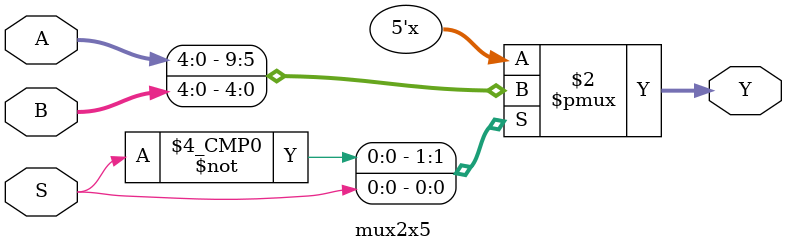
<source format=v>
`timescale 1ns / 1ps


module mux2x5(
    input [4:0] A,
    input [4:0] B,
    input S,
    output reg [4:0] Y
    );
    
always@(*)begin
    case (S)
        1'b0: Y = A;
        1'b1: Y = B;
    endcase
end    

endmodule

</source>
